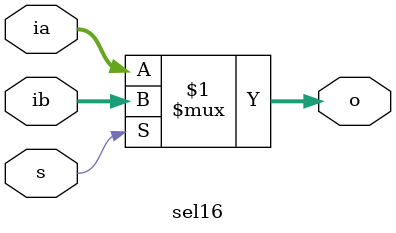
<source format=v>
`timescale 1ns / 1ns

// 2:1ZN^ 16bit bus 

module sel16(ia, ib, s, o);

    input [15:0] ia, ib;
    input s;

    output [15:0] o;


    assign o = s ? ib : ia;

endmodule
</source>
